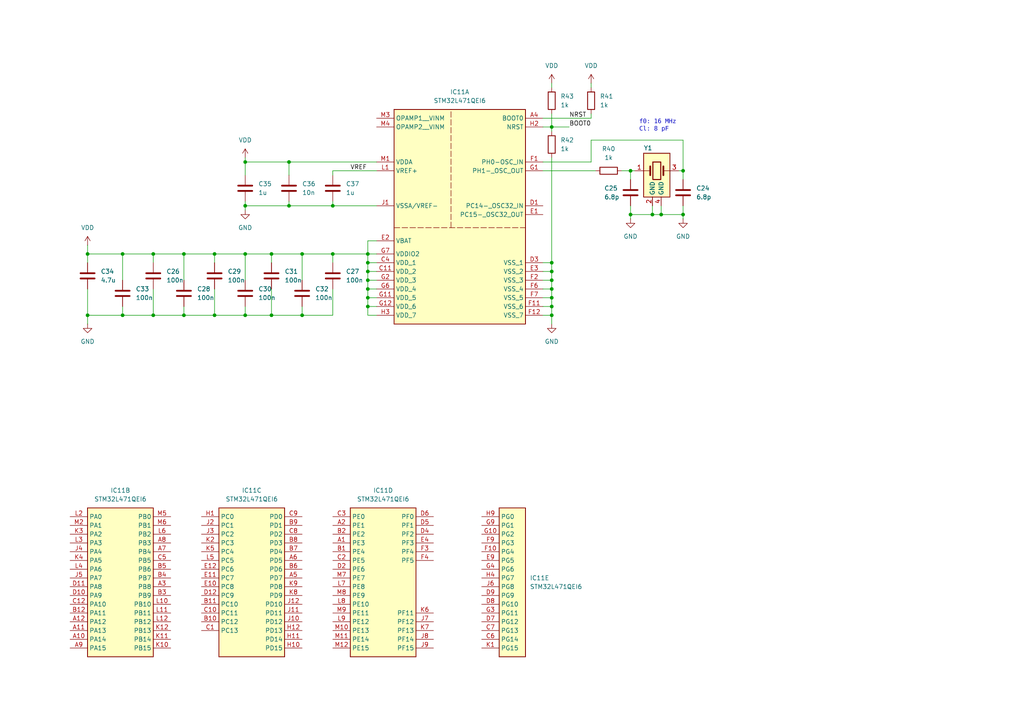
<source format=kicad_sch>
(kicad_sch (version 20250114) (generator "eeschema") (generator_version "9.0")
  (paper "A4")
  (lib_symbols
    (symbol "Device:C" (pin_numbers (hide yes)) (pin_names (offset 0.254))
      (property "Reference" "C" (at 0.635 2.54 0))
      (property "Value" "C" (at 0.635 -2.54 0))
      (symbol "C_0_1"
        (polyline (pts (xy -2.032 0.762) (xy 2.032 0.762)) (stroke (width 0.508)))
        (polyline (pts (xy -2.032 -0.762) (xy 2.032 -0.762)) (stroke (width 0.508)))
      )
      (symbol "C_1_1"
        (pin passive line (at 0 3.81 270) (length 2.794) (name "~") (number "1"))
        (pin passive line (at 0 -3.81 90) (length 2.794) (name "~") (number "2"))
      )
    )
    (symbol "Device:R" (pin_numbers (hide yes)) (pin_names (offset 0))
      (property "Reference" "R" (at 2.032 0 90))
      (property "Value" "R" (at 0 0 90))
      (symbol "R_0_1"
        (rectangle (start -1.016 -2.54) (end 1.016 2.54) (stroke (width 0.254)))
      )
      (symbol "R_1_1"
        (pin passive line (at 0 3.81 270) (length 1.27) (name "~") (number "1"))
        (pin passive line (at 0 -3.81 90) (length 1.27) (name "~") (number "2"))
      )
    )
    (symbol "STM32L471QEI6_1"
      (property "Reference" "IC" (at 0 5.08 0))
      (property "Value" "STM32L471QEI6" (at 0 2.54 0))
      (symbol "STM32L471QEI6_1_1_1"
        (rectangle (start 0 0) (end 38.1 -62.23) (stroke (width 0.254)) (fill (type background)))
        (polyline (pts (xy 0 -34.29) (xy 38.1 -34.29)) (stroke (width 0) (type dash)))
        (polyline (pts (xy 16.51 -34.29) (xy 16.51 0)) (stroke (width 0) (type dash)))
        (pin passive line (at -5.08 -2.54 0) (length 5.08) (name "OPAMP1__VINM") (number "M3"))
        (pin passive line (at -5.08 -5.08 0) (length 5.08) (name "OPAMP2__VINM") (number "M4"))
        (pin passive line (at -5.08 -15.24 0) (length 5.08) (name "VDDA") (number "M1"))
        (pin passive line (at -5.08 -17.78 0) (length 5.08) (name "VREF+") (number "L1"))
        (pin passive line (at -5.08 -27.94 0) (length 5.08) (name "VSSA/VREF-") (number "J1"))
        (pin passive line (at -5.08 -38.1 0) (length 5.08) (name "VBAT") (number "E2"))
        (pin passive line (at -5.08 -41.91 0) (length 5.08) (name "VDDIO2") (number "G7"))
        (pin passive line (at -5.08 -44.45 0) (length 5.08) (name "VDD_1") (number "C4"))
        (pin passive line (at -5.08 -46.99 0) (length 5.08) (name "VDD_2") (number "C11"))
        (pin passive line (at -5.08 -49.53 0) (length 5.08) (name "VDD_3") (number "G2"))
        (pin passive line (at -5.08 -52.07 0) (length 5.08) (name "VDD_4") (number "G6"))
        (pin passive line (at -5.08 -54.61 0) (length 5.08) (name "VDD_5") (number "G11"))
        (pin passive line (at -5.08 -57.15 0) (length 5.08) (name "VDD_6") (number "G12"))
        (pin passive line (at -5.08 -59.69 0) (length 5.08) (name "VDD_7") (number "H3"))
        (pin passive line (at 43.18 -2.54 180) (length 5.08) (name "BOOT0") (number "A4"))
        (pin passive line (at 43.18 -5.08 180) (length 5.08) (name "NRST") (number "H2"))
        (pin passive line (at 43.18 -15.24 180) (length 5.08) (name "PH0-OSC_IN") (number "F1"))
        (pin passive line (at 43.18 -17.78 180) (length 5.08) (name "PH1-_OSC_OUT") (number "G1"))
        (pin passive line (at 43.18 -27.94 180) (length 5.08) (name "PC14-_OSC32_IN") (number "D1"))
        (pin passive line (at 43.18 -30.48 180) (length 5.08) (name "PC15-_OSC32_OUT") (number "E1"))
        (pin passive line (at 43.18 -44.45 180) (length 5.08) (name "VSS_1") (number "D3"))
        (pin passive line (at 43.18 -46.99 180) (length 5.08) (name "VSS_2") (number "E3"))
        (pin passive line (at 43.18 -49.53 180) (length 5.08) (name "VSS_3") (number "F2"))
        (pin passive line (at 43.18 -52.07 180) (length 5.08) (name "VSS_4") (number "F6"))
        (pin passive line (at 43.18 -54.61 180) (length 5.08) (name "VSS_5") (number "F7"))
        (pin passive line (at 43.18 -57.15 180) (length 5.08) (name "VSS_6") (number "F11"))
        (pin passive line (at 43.18 -59.69 180) (length 5.08) (name "VSS_7") (number "F12"))
      )
      (symbol "STM32L471QEI6_1_2_1"
        (rectangle (start 0 0) (end 19.05 -43.18) (stroke (width 0.254)) (fill (type background)))
        (pin passive line (at -5.08 -2.54 0) (length 5.08) (name "PA0") (number "L2"))
        (pin passive line (at -5.08 -5.08 0) (length 5.08) (name "PA1") (number "M2"))
        (pin passive line (at -5.08 -7.62 0) (length 5.08) (name "PA2") (number "K3"))
        (pin passive line (at -5.08 -10.16 0) (length 5.08) (name "PA3") (number "L3"))
        (pin passive line (at -5.08 -12.7 0) (length 5.08) (name "PA4") (number "J4"))
        (pin passive line (at -5.08 -15.24 0) (length 5.08) (name "PA5") (number "K4"))
        (pin passive line (at -5.08 -17.78 0) (length 5.08) (name "PA6") (number "L4"))
        (pin passive line (at -5.08 -20.32 0) (length 5.08) (name "PA7") (number "J5"))
        (pin passive line (at -5.08 -22.86 0) (length 5.08) (name "PA8") (number "D11"))
        (pin passive line (at -5.08 -25.4 0) (length 5.08) (name "PA9") (number "D10"))
        (pin passive line (at -5.08 -27.94 0) (length 5.08) (name "PA10") (number "C12"))
        (pin passive line (at -5.08 -30.48 0) (length 5.08) (name "PA11") (number "B12"))
        (pin passive line (at -5.08 -33.02 0) (length 5.08) (name "PA12") (number "A12"))
        (pin passive line (at -5.08 -35.56 0) (length 5.08) (name "PA13") (number "A11"))
        (pin passive line (at -5.08 -38.1 0) (length 5.08) (name "PA14") (number "A10"))
        (pin passive line (at -5.08 -40.64 0) (length 5.08) (name "PA15") (number "A9"))
        (pin passive line (at 24.13 -2.54 180) (length 5.08) (name "PB0") (number "M5"))
        (pin passive line (at 24.13 -5.08 180) (length 5.08) (name "PB1") (number "M6"))
        (pin passive line (at 24.13 -7.62 180) (length 5.08) (name "PB2") (number "L6"))
        (pin passive line (at 24.13 -10.16 180) (length 5.08) (name "PB3") (number "A8"))
        (pin passive line (at 24.13 -12.7 180) (length 5.08) (name "PB4") (number "A7"))
        (pin passive line (at 24.13 -15.24 180) (length 5.08) (name "PB5") (number "C5"))
        (pin passive line (at 24.13 -17.78 180) (length 5.08) (name "PB6") (number "B5"))
        (pin passive line (at 24.13 -20.32 180) (length 5.08) (name "PB7") (number "B4"))
        (pin passive line (at 24.13 -22.86 180) (length 5.08) (name "PB8") (number "A3"))
        (pin passive line (at 24.13 -25.4 180) (length 5.08) (name "PB9") (number "B3"))
        (pin passive line (at 24.13 -27.94 180) (length 5.08) (name "PB10") (number "L10"))
        (pin passive line (at 24.13 -30.48 180) (length 5.08) (name "PB11") (number "L11"))
        (pin passive line (at 24.13 -33.02 180) (length 5.08) (name "PB12") (number "L12"))
        (pin passive line (at 24.13 -35.56 180) (length 5.08) (name "PB13") (number "K12"))
        (pin passive line (at 24.13 -38.1 180) (length 5.08) (name "PB14") (number "K11"))
        (pin passive line (at 24.13 -40.64 180) (length 5.08) (name "PB15") (number "K10"))
      )
      (symbol "STM32L471QEI6_1_3_1"
        (rectangle (start 0 0) (end 19.05 -43.18) (stroke (width 0.254)) (fill (type background)))
        (pin passive line (at -5.08 -2.54 0) (length 5.08) (name "PC0") (number "H1"))
        (pin passive line (at -5.08 -5.08 0) (length 5.08) (name "PC1") (number "J2"))
        (pin passive line (at -5.08 -7.62 0) (length 5.08) (name "PC2") (number "J3"))
        (pin passive line (at -5.08 -10.16 0) (length 5.08) (name "PC3") (number "K2"))
        (pin passive line (at -5.08 -12.7 0) (length 5.08) (name "PC4") (number "K5"))
        (pin passive line (at -5.08 -15.24 0) (length 5.08) (name "PC5") (number "L5"))
        (pin passive line (at -5.08 -17.78 0) (length 5.08) (name "PC6") (number "E12"))
        (pin passive line (at -5.08 -20.32 0) (length 5.08) (name "PC7") (number "E11"))
        (pin passive line (at -5.08 -22.86 0) (length 5.08) (name "PC8") (number "E10"))
        (pin passive line (at -5.08 -25.4 0) (length 5.08) (name "PC9") (number "D12"))
        (pin passive line (at -5.08 -27.94 0) (length 5.08) (name "PC10") (number "B11"))
        (pin passive line (at -5.08 -30.48 0) (length 5.08) (name "PC11") (number "C10"))
        (pin passive line (at -5.08 -33.02 0) (length 5.08) (name "PC12") (number "B10"))
        (pin passive line (at -5.08 -35.56 0) (length 5.08) (name "PC13") (number "C1"))
        (pin passive line (at 24.13 -2.54 180) (length 5.08) (name "PD0") (number "C9"))
        (pin passive line (at 24.13 -5.08 180) (length 5.08) (name "PD1") (number "B9"))
        (pin passive line (at 24.13 -7.62 180) (length 5.08) (name "PD2") (number "C8"))
        (pin passive line (at 24.13 -10.16 180) (length 5.08) (name "PD3") (number "B8"))
        (pin passive line (at 24.13 -12.7 180) (length 5.08) (name "PD4") (number "B7"))
        (pin passive line (at 24.13 -15.24 180) (length 5.08) (name "PD5") (number "A6"))
        (pin passive line (at 24.13 -17.78 180) (length 5.08) (name "PD6") (number "B6"))
        (pin passive line (at 24.13 -20.32 180) (length 5.08) (name "PD7") (number "A5"))
        (pin passive line (at 24.13 -22.86 180) (length 5.08) (name "PD8") (number "K9"))
        (pin passive line (at 24.13 -25.4 180) (length 5.08) (name "PD9") (number "K8"))
        (pin passive line (at 24.13 -27.94 180) (length 5.08) (name "PD10") (number "J12"))
        (pin passive line (at 24.13 -30.48 180) (length 5.08) (name "PD11") (number "J11"))
        (pin passive line (at 24.13 -33.02 180) (length 5.08) (name "PD12") (number "J10"))
        (pin passive line (at 24.13 -35.56 180) (length 5.08) (name "PD13") (number "H12"))
        (pin passive line (at 24.13 -38.1 180) (length 5.08) (name "PD14") (number "H11"))
        (pin passive line (at 24.13 -40.64 180) (length 5.08) (name "PD15") (number "H10"))
      )
      (symbol "STM32L471QEI6_1_4_1"
        (rectangle (start 0 0) (end 19.05 -43.18) (stroke (width 0.254)) (fill (type background)))
        (pin passive line (at -5.08 -2.54 0) (length 5.08) (name "PE0") (number "C3"))
        (pin passive line (at -5.08 -5.08 0) (length 5.08) (name "PE1") (number "A2"))
        (pin passive line (at -5.08 -7.62 0) (length 5.08) (name "PE2") (number "B2"))
        (pin passive line (at -5.08 -10.16 0) (length 5.08) (name "PE3") (number "A1"))
        (pin passive line (at -5.08 -12.7 0) (length 5.08) (name "PE4") (number "B1"))
        (pin passive line (at -5.08 -15.24 0) (length 5.08) (name "PE5") (number "C2"))
        (pin passive line (at -5.08 -17.78 0) (length 5.08) (name "PE6") (number "D2"))
        (pin passive line (at -5.08 -20.32 0) (length 5.08) (name "PE7") (number "M7"))
        (pin passive line (at -5.08 -22.86 0) (length 5.08) (name "PE8") (number "L7"))
        (pin passive line (at -5.08 -25.4 0) (length 5.08) (name "PE9") (number "M8"))
        (pin passive line (at -5.08 -27.94 0) (length 5.08) (name "PE10") (number "L8"))
        (pin passive line (at -5.08 -30.48 0) (length 5.08) (name "PE11") (number "M9"))
        (pin passive line (at -5.08 -33.02 0) (length 5.08) (name "PE12") (number "L9"))
        (pin passive line (at -5.08 -35.56 0) (length 5.08) (name "PE13") (number "M10"))
        (pin passive line (at -5.08 -38.1 0) (length 5.08) (name "PE14") (number "M11"))
        (pin passive line (at -5.08 -40.64 0) (length 5.08) (name "PE15") (number "M12"))
        (pin passive line (at 24.13 -2.54 180) (length 5.08) (name "PF0") (number "D6"))
        (pin passive line (at 24.13 -5.08 180) (length 5.08) (name "PF1") (number "D5"))
        (pin passive line (at 24.13 -7.62 180) (length 5.08) (name "PF2") (number "D4"))
        (pin passive line (at 24.13 -10.16 180) (length 5.08) (name "PF3") (number "E4"))
        (pin passive line (at 24.13 -12.7 180) (length 5.08) (name "PF4") (number "F3"))
        (pin passive line (at 24.13 -15.24 180) (length 5.08) (name "PF5") (number "F4"))
        (pin passive line (at 24.13 -30.48 180) (length 5.08) (name "PF11") (number "K6"))
        (pin passive line (at 24.13 -33.02 180) (length 5.08) (name "PF12") (number "J7"))
        (pin passive line (at 24.13 -35.56 180) (length 5.08) (name "PF13") (number "K7"))
        (pin passive line (at 24.13 -38.1 180) (length 5.08) (name "PF14") (number "J8"))
        (pin passive line (at 24.13 -40.64 180) (length 5.08) (name "PF15") (number "J9"))
      )
      (symbol "STM32L471QEI6_1_5_1"
        (rectangle (start 0 0) (end 7.62 -43.18) (stroke (width 0.254)) (fill (type background)))
        (pin passive line (at -5.08 -2.54 0) (length 5.08) (name "PG0") (number "H9"))
        (pin passive line (at -5.08 -5.08 0) (length 5.08) (name "PG1") (number "G9"))
        (pin passive line (at -5.08 -7.62 0) (length 5.08) (name "PG2") (number "G10"))
        (pin passive line (at -5.08 -10.16 0) (length 5.08) (name "PG3") (number "F9"))
        (pin passive line (at -5.08 -12.7 0) (length 5.08) (name "PG4") (number "F10"))
        (pin passive line (at -5.08 -15.24 0) (length 5.08) (name "PG5") (number "E9"))
        (pin passive line (at -5.08 -17.78 0) (length 5.08) (name "PG6") (number "G4"))
        (pin passive line (at -5.08 -20.32 0) (length 5.08) (name "PG7") (number "H4"))
        (pin passive line (at -5.08 -22.86 0) (length 5.08) (name "PG8") (number "J6"))
        (pin passive line (at -5.08 -25.4 0) (length 5.08) (name "PG9") (number "D9"))
        (pin passive line (at -5.08 -27.94 0) (length 5.08) (name "PG10") (number "D8"))
        (pin passive line (at -5.08 -30.48 0) (length 5.08) (name "PG11") (number "G3"))
        (pin passive line (at -5.08 -33.02 0) (length 5.08) (name "PG12") (number "D7"))
        (pin passive line (at -5.08 -35.56 0) (length 5.08) (name "PG13") (number "C7"))
        (pin passive line (at -5.08 -38.1 0) (length 5.08) (name "PG14") (number "C6"))
        (pin passive line (at -5.08 -40.64 0) (length 5.08) (name "PG15") (number "K1"))
      )
    )
    (symbol "TrashFlash:ECS-160-8-33B2-CTN-TR3"
      (property "Reference" "Y" (at 0 5.08 0))
      (property "Value" "ECS-160-8-33B2-CTN-TR3" (at 0 2.54 0))
      (symbol "ECS-160-8-33B2-CTN-TR3_0_1"
        (polyline (pts (xy 1.905 -6.35) (xy 1.905 -3.81)) (stroke (width 0.508)))
        (rectangle (start 2.667 -2.54) (end 4.953 -7.62) (stroke (width 0.3048)))
        (polyline (pts (xy 5.715 -6.35) (xy 5.715 -3.81)) (stroke (width 0.508)))
        (polyline (pts (xy 7.62 -5.08) (xy 5.715 -5.08)))
      )
      (symbol "ECS-160-8-33B2-CTN-TR3_1_1"
        (rectangle (start 0 0) (end 7.62 -12.7) (stroke (width 0.254)) (fill (type background)))
        (polyline (pts (xy 0 -5.08) (xy 1.905 -5.08)))
        (pin passive line (at -2.54 -5.08 0) (length 2.54) (name "IN/OUT") (number "1"))
        (pin passive line (at 2.54 -15.24 90) (length 2.54) (name "GND") (number "2"))
        (pin passive line (at 5.08 -15.24 90) (length 2.54) (name "GND") (number "4"))
        (pin passive line (at 10.16 -5.08 180) (length 2.54) (name "OUT/IN") (number "3"))
      )
    )
    (symbol "TrashFlash:STM32L471QEI6"
      (property "Reference" "IC" (at 0 5.08 0))
      (property "Value" "STM32L471QEI6" (at 0 2.54 0))
      (symbol "STM32L471QEI6_1_1"
        (rectangle (start 0 0) (end 38.1 -68.58) (stroke (width 0.254)) (fill (type background)))
        (polyline (pts (xy 0 -33.02) (xy 38.1 -33.02)) (stroke (width 0) (type dash)))
        (pin passive line (at -5.08 -15.24 0) (length 5.08) (name "OPAMP1__VINM") (number "M3"))
        (pin passive line (at -5.08 -17.78 0) (length 5.08) (name "OPAMP2__VINM") (number "M4"))
        (pin passive line (at -5.08 -35.56 0) (length 5.08) (name "VBAT") (number "E2"))
        (pin passive line (at -5.08 -38.1 0) (length 5.08) (name "VREF+") (number "L1"))
        (pin passive line (at -5.08 -40.64 0) (length 5.08) (name "VDDA") (number "M1"))
        (pin passive line (at -5.08 -45.72 0) (length 5.08) (name "VDDIO2") (number "G7"))
        (pin passive line (at -5.08 -50.8 0) (length 5.08) (name "VDD_1") (number "C4"))
        (pin passive line (at -5.08 -53.34 0) (length 5.08) (name "VDD_2") (number "C11"))
        (pin passive line (at -5.08 -55.88 0) (length 5.08) (name "VDD_3") (number "G2"))
        (pin passive line (at -5.08 -58.42 0) (length 5.08) (name "VDD_4") (number "G6"))
        (pin passive line (at -5.08 -60.96 0) (length 5.08) (name "VDD_5") (number "G11"))
        (pin passive line (at -5.08 -63.5 0) (length 5.08) (name "VDD_6") (number "G12"))
        (pin passive line (at -5.08 -66.04 0) (length 5.08) (name "VDD_7") (number "H3"))
        (pin passive line (at 43.18 -2.54 180) (length 5.08) (name "NRST") (number "H2"))
        (pin passive line (at 43.18 -5.08 180) (length 5.08) (name "BOOT0") (number "A4"))
        (pin passive line (at 43.18 -15.24 180) (length 5.08) (name "PH0-OSC_IN") (number "F1"))
        (pin passive line (at 43.18 -17.78 180) (length 5.08) (name "PH1-_OSC_OUT") (number "G1"))
        (pin passive line (at 43.18 -27.94 180) (length 5.08) (name "PC14-_OSC32_IN") (number "D1"))
        (pin passive line (at 43.18 -30.48 180) (length 5.08) (name "PC15-_OSC32_OUT") (number "E1"))
        (pin passive line (at 43.18 -38.1 180) (length 5.08) (name "VSSA/VREF-") (number "J1"))
        (pin passive line (at 43.18 -50.8 180) (length 5.08) (name "VSS_1") (number "D3"))
        (pin passive line (at 43.18 -53.34 180) (length 5.08) (name "VSS_2") (number "E3"))
        (pin passive line (at 43.18 -55.88 180) (length 5.08) (name "VSS_3") (number "F2"))
        (pin passive line (at 43.18 -58.42 180) (length 5.08) (name "VSS_4") (number "F6"))
        (pin passive line (at 43.18 -60.96 180) (length 5.08) (name "VSS_5") (number "F7"))
        (pin passive line (at 43.18 -63.5 180) (length 5.08) (name "VSS_6") (number "F11"))
        (pin passive line (at 43.18 -66.04 180) (length 5.08) (name "VSS_7") (number "F12"))
      )
      (symbol "STM32L471QEI6_2_1"
        (rectangle (start 0 0) (end 19.05 -43.18) (stroke (width 0.254)) (fill (type background)))
        (pin passive line (at -5.08 -2.54 0) (length 5.08) (name "PA0") (number "L2"))
        (pin passive line (at -5.08 -5.08 0) (length 5.08) (name "PA1") (number "M2"))
        (pin passive line (at -5.08 -7.62 0) (length 5.08) (name "PA2") (number "K3"))
        (pin passive line (at -5.08 -10.16 0) (length 5.08) (name "PA3") (number "L3"))
        (pin passive line (at -5.08 -12.7 0) (length 5.08) (name "PA4") (number "J4"))
        (pin passive line (at -5.08 -15.24 0) (length 5.08) (name "PA5") (number "K4"))
        (pin passive line (at -5.08 -17.78 0) (length 5.08) (name "PA6") (number "L4"))
        (pin passive line (at -5.08 -20.32 0) (length 5.08) (name "PA7") (number "J5"))
        (pin passive line (at -5.08 -22.86 0) (length 5.08) (name "PA8") (number "D11"))
        (pin passive line (at -5.08 -25.4 0) (length 5.08) (name "PA9") (number "D10"))
        (pin passive line (at -5.08 -27.94 0) (length 5.08) (name "PA10") (number "C12"))
        (pin passive line (at -5.08 -30.48 0) (length 5.08) (name "PA11") (number "B12"))
        (pin passive line (at -5.08 -33.02 0) (length 5.08) (name "PA12") (number "A12"))
        (pin passive line (at -5.08 -35.56 0) (length 5.08) (name "PA13") (number "A11"))
        (pin passive line (at -5.08 -38.1 0) (length 5.08) (name "PA14") (number "A10"))
        (pin passive line (at -5.08 -40.64 0) (length 5.08) (name "PA15") (number "A9"))
        (pin passive line (at 24.13 -2.54 180) (length 5.08) (name "PB0") (number "M5"))
        (pin passive line (at 24.13 -5.08 180) (length 5.08) (name "PB1") (number "M6"))
        (pin passive line (at 24.13 -7.62 180) (length 5.08) (name "PB2") (number "L6"))
        (pin passive line (at 24.13 -10.16 180) (length 5.08) (name "PB3") (number "A8"))
        (pin passive line (at 24.13 -12.7 180) (length 5.08) (name "PB4") (number "A7"))
        (pin passive line (at 24.13 -15.24 180) (length 5.08) (name "PB5") (number "C5"))
        (pin passive line (at 24.13 -17.78 180) (length 5.08) (name "PB6") (number "B5"))
        (pin passive line (at 24.13 -20.32 180) (length 5.08) (name "PB7") (number "B4"))
        (pin passive line (at 24.13 -22.86 180) (length 5.08) (name "PB8") (number "A3"))
        (pin passive line (at 24.13 -25.4 180) (length 5.08) (name "PB9") (number "B3"))
        (pin passive line (at 24.13 -27.94 180) (length 5.08) (name "PB10") (number "L10"))
        (pin passive line (at 24.13 -30.48 180) (length 5.08) (name "PB11") (number "L11"))
        (pin passive line (at 24.13 -33.02 180) (length 5.08) (name "PB12") (number "L12"))
        (pin passive line (at 24.13 -35.56 180) (length 5.08) (name "PB13") (number "K12"))
        (pin passive line (at 24.13 -38.1 180) (length 5.08) (name "PB14") (number "K11"))
        (pin passive line (at 24.13 -40.64 180) (length 5.08) (name "PB15") (number "K10"))
      )
      (symbol "STM32L471QEI6_3_1"
        (rectangle (start 0 0) (end 19.05 -43.18) (stroke (width 0.254)) (fill (type background)))
        (pin passive line (at -5.08 -2.54 0) (length 5.08) (name "PC0") (number "H1"))
        (pin passive line (at -5.08 -5.08 0) (length 5.08) (name "PC1") (number "J2"))
        (pin passive line (at -5.08 -7.62 0) (length 5.08) (name "PC2") (number "J3"))
        (pin passive line (at -5.08 -10.16 0) (length 5.08) (name "PC3") (number "K2"))
        (pin passive line (at -5.08 -12.7 0) (length 5.08) (name "PC4") (number "K5"))
        (pin passive line (at -5.08 -15.24 0) (length 5.08) (name "PC5") (number "L5"))
        (pin passive line (at -5.08 -17.78 0) (length 5.08) (name "PC6") (number "E12"))
        (pin passive line (at -5.08 -20.32 0) (length 5.08) (name "PC7") (number "E11"))
        (pin passive line (at -5.08 -22.86 0) (length 5.08) (name "PC8") (number "E10"))
        (pin passive line (at -5.08 -25.4 0) (length 5.08) (name "PC9") (number "D12"))
        (pin passive line (at -5.08 -27.94 0) (length 5.08) (name "PC10") (number "B11"))
        (pin passive line (at -5.08 -30.48 0) (length 5.08) (name "PC11") (number "C10"))
        (pin passive line (at -5.08 -33.02 0) (length 5.08) (name "PC12") (number "B10"))
        (pin passive line (at -5.08 -35.56 0) (length 5.08) (name "PC13") (number "C1"))
        (pin passive line (at 24.13 -2.54 180) (length 5.08) (name "PD0") (number "C9"))
        (pin passive line (at 24.13 -5.08 180) (length 5.08) (name "PD1") (number "B9"))
        (pin passive line (at 24.13 -7.62 180) (length 5.08) (name "PD2") (number "C8"))
        (pin passive line (at 24.13 -10.16 180) (length 5.08) (name "PD3") (number "B8"))
        (pin passive line (at 24.13 -12.7 180) (length 5.08) (name "PD4") (number "B7"))
        (pin passive line (at 24.13 -15.24 180) (length 5.08) (name "PD5") (number "A6"))
        (pin passive line (at 24.13 -17.78 180) (length 5.08) (name "PD6") (number "B6"))
        (pin passive line (at 24.13 -20.32 180) (length 5.08) (name "PD7") (number "A5"))
        (pin passive line (at 24.13 -22.86 180) (length 5.08) (name "PD8") (number "K9"))
        (pin passive line (at 24.13 -25.4 180) (length 5.08) (name "PD9") (number "K8"))
        (pin passive line (at 24.13 -27.94 180) (length 5.08) (name "PD10") (number "J12"))
        (pin passive line (at 24.13 -30.48 180) (length 5.08) (name "PD11") (number "J11"))
        (pin passive line (at 24.13 -33.02 180) (length 5.08) (name "PD12") (number "J10"))
        (pin passive line (at 24.13 -35.56 180) (length 5.08) (name "PD13") (number "H12"))
        (pin passive line (at 24.13 -38.1 180) (length 5.08) (name "PD14") (number "H11"))
        (pin passive line (at 24.13 -40.64 180) (length 5.08) (name "PD15") (number "H10"))
      )
      (symbol "STM32L471QEI6_4_1"
        (rectangle (start 0 0) (end 19.05 -43.18) (stroke (width 0.254)) (fill (type background)))
        (pin passive line (at -5.08 -2.54 0) (length 5.08) (name "PE0") (number "C3"))
        (pin passive line (at -5.08 -5.08 0) (length 5.08) (name "PE1") (number "A2"))
        (pin passive line (at -5.08 -7.62 0) (length 5.08) (name "PE2") (number "B2"))
        (pin passive line (at -5.08 -10.16 0) (length 5.08) (name "PE3") (number "A1"))
        (pin passive line (at -5.08 -12.7 0) (length 5.08) (name "PE4") (number "B1"))
        (pin passive line (at -5.08 -15.24 0) (length 5.08) (name "PE5") (number "C2"))
        (pin passive line (at -5.08 -17.78 0) (length 5.08) (name "PE6") (number "D2"))
        (pin passive line (at -5.08 -20.32 0) (length 5.08) (name "PE7") (number "M7"))
        (pin passive line (at -5.08 -22.86 0) (length 5.08) (name "PE8") (number "L7"))
        (pin passive line (at -5.08 -25.4 0) (length 5.08) (name "PE9") (number "M8"))
        (pin passive line (at -5.08 -27.94 0) (length 5.08) (name "PE10") (number "L8"))
        (pin passive line (at -5.08 -30.48 0) (length 5.08) (name "PE11") (number "M9"))
        (pin passive line (at -5.08 -33.02 0) (length 5.08) (name "PE12") (number "L9"))
        (pin passive line (at -5.08 -35.56 0) (length 5.08) (name "PE13") (number "M10"))
        (pin passive line (at -5.08 -38.1 0) (length 5.08) (name "PE14") (number "M11"))
        (pin passive line (at -5.08 -40.64 0) (length 5.08) (name "PE15") (number "M12"))
        (pin passive line (at 24.13 -2.54 180) (length 5.08) (name "PF0") (number "D6"))
        (pin passive line (at 24.13 -5.08 180) (length 5.08) (name "PF1") (number "D5"))
        (pin passive line (at 24.13 -7.62 180) (length 5.08) (name "PF2") (number "D4"))
        (pin passive line (at 24.13 -10.16 180) (length 5.08) (name "PF3") (number "E4"))
        (pin passive line (at 24.13 -12.7 180) (length 5.08) (name "PF4") (number "F3"))
        (pin passive line (at 24.13 -15.24 180) (length 5.08) (name "PF5") (number "F4"))
        (pin passive line (at 24.13 -30.48 180) (length 5.08) (name "PF11") (number "K6"))
        (pin passive line (at 24.13 -33.02 180) (length 5.08) (name "PF12") (number "J7"))
        (pin passive line (at 24.13 -35.56 180) (length 5.08) (name "PF13") (number "K7"))
        (pin passive line (at 24.13 -38.1 180) (length 5.08) (name "PF14") (number "J8"))
        (pin passive line (at 24.13 -40.64 180) (length 5.08) (name "PF15") (number "J9"))
      )
      (symbol "STM32L471QEI6_5_1"
        (rectangle (start 0 0) (end 7.62 -43.18) (stroke (width 0.254)) (fill (type background)))
        (pin passive line (at -5.08 -2.54 0) (length 5.08) (name "PG0") (number "H9"))
        (pin passive line (at -5.08 -5.08 0) (length 5.08) (name "PG1") (number "G9"))
        (pin passive line (at -5.08 -7.62 0) (length 5.08) (name "PG2") (number "G10"))
        (pin passive line (at -5.08 -10.16 0) (length 5.08) (name "PG3") (number "F9"))
        (pin passive line (at -5.08 -12.7 0) (length 5.08) (name "PG4") (number "F10"))
        (pin passive line (at -5.08 -15.24 0) (length 5.08) (name "PG5") (number "E9"))
        (pin passive line (at -5.08 -17.78 0) (length 5.08) (name "PG6") (number "G4"))
        (pin passive line (at -5.08 -20.32 0) (length 5.08) (name "PG7") (number "H4"))
        (pin passive line (at -5.08 -22.86 0) (length 5.08) (name "PG8") (number "J6"))
        (pin passive line (at -5.08 -25.4 0) (length 5.08) (name "PG9") (number "D9"))
        (pin passive line (at -5.08 -27.94 0) (length 5.08) (name "PG10") (number "D8"))
        (pin passive line (at -5.08 -30.48 0) (length 5.08) (name "PG11") (number "G3"))
        (pin passive line (at -5.08 -33.02 0) (length 5.08) (name "PG12") (number "D7"))
        (pin passive line (at -5.08 -35.56 0) (length 5.08) (name "PG13") (number "C7"))
        (pin passive line (at -5.08 -38.1 0) (length 5.08) (name "PG14") (number "C6"))
        (pin passive line (at -5.08 -40.64 0) (length 5.08) (name "PG15") (number "K1"))
      )
    )
    (symbol "power:GND" (power) (pin_numbers (hide yes)) (pin_names (offset 0) (hide yes))
      (property "Value" "GND" (at 0 -3.81 0))
      (symbol "GND_0_1"
        (polyline (pts (xy 0 0) (xy 0 -1.27) (xy 1.27 -1.27) (xy 0 -2.54) (xy -1.27 -1.27) (xy 0 -1.27)))
      )
      (symbol "GND_1_1"
        (pin power_in line (at 0 0 270) (length 0) (name "~") (number "1"))
      )
    )
    (symbol "power:VDD" (power) (pin_numbers (hide yes)) (pin_names (offset 0) (hide yes))
      (property "Value" "VDD" (at 0 3.556 0))
      (symbol "VDD_0_1"
        (polyline (pts (xy -0.762 1.27) (xy 0 2.54)))
        (polyline (pts (xy 0 2.54) (xy 0.762 1.27)))
        (polyline (pts (xy 0 0) (xy 0 2.54)))
      )
      (symbol "VDD_1_1"
        (pin power_in line (at 0 0 90) (length 0) (name "~") (number "1"))
      )
    )
  )
  (text "f0: 16 MHz\nCl: 8 pF" (at 185.42 36.83 0) (effects (font (size 1.27 1.27)) (justify left)))
  (junction (at 106.68 73.66))
  (junction (at 160.02 81.28))
  (junction (at 83.82 59.69))
  (junction (at 106.68 86.36))
  (junction (at 160.02 83.82))
  (junction (at 191.77 62.23))
  (junction (at 71.12 73.66))
  (junction (at 25.4 73.66))
  (junction (at 71.12 59.69))
  (junction (at 96.52 59.69))
  (junction (at 160.02 76.2))
  (junction (at 62.23 73.66))
  (junction (at 71.12 46.99))
  (junction (at 160.02 86.36))
  (junction (at 160.02 36.83))
  (junction (at 198.12 49.53))
  (junction (at 106.68 88.9))
  (junction (at 106.68 78.74))
  (junction (at 160.02 78.74))
  (junction (at 53.34 91.44))
  (junction (at 87.63 73.66))
  (junction (at 189.23 62.23))
  (junction (at 182.88 62.23))
  (junction (at 106.68 81.28))
  (junction (at 35.56 91.44))
  (junction (at 106.68 83.82))
  (junction (at 71.12 91.44))
  (junction (at 44.45 73.66))
  (junction (at 78.74 91.44))
  (junction (at 106.68 76.2))
  (junction (at 25.4 91.44))
  (junction (at 198.12 62.23))
  (junction (at 96.52 73.66))
  (junction (at 160.02 88.9))
  (junction (at 35.56 73.66))
  (junction (at 53.34 73.66))
  (junction (at 78.74 73.66))
  (junction (at 83.82 46.99))
  (junction (at 160.02 91.44))
  (junction (at 87.63 91.44))
  (junction (at 182.88 49.53))
  (junction (at 44.45 91.44))
  (junction (at 62.23 91.44))
  (wire (pts (xy 157.48 46.99) (xy 171.45 46.99)))
  (wire (pts (xy 160.02 76.2) (xy 160.02 78.74)))
  (wire (pts (xy 71.12 81.28) (xy 71.12 73.66)))
  (wire (pts (xy 157.48 49.53) (xy 172.72 49.53)))
  (wire (pts (xy 171.45 33.02) (xy 171.45 34.29)))
  (wire (pts (xy 106.68 88.9) (xy 106.68 86.36)))
  (wire (pts (xy 198.12 49.53) (xy 196.85 49.53)))
  (wire (pts (xy 182.88 49.53) (xy 182.88 52.07)))
  (wire (pts (xy 106.68 73.66) (xy 109.22 73.66)))
  (wire (pts (xy 25.4 76.2) (xy 25.4 73.66)))
  (wire (pts (xy 180.34 49.53) (xy 182.88 49.53)))
  (wire (pts (xy 96.52 76.2) (xy 96.52 73.66)))
  (wire (pts (xy 53.34 73.66) (xy 62.23 73.66)))
  (wire (pts (xy 198.12 40.64) (xy 198.12 49.53)))
  (wire (pts (xy 35.56 88.9) (xy 35.56 91.44)))
  (wire (pts (xy 71.12 58.42) (xy 71.12 59.69)))
  (wire (pts (xy 160.02 36.83) (xy 160.02 38.1)))
  (wire (pts (xy 171.45 24.13) (xy 171.45 25.4)))
  (wire (pts (xy 160.02 45.72) (xy 160.02 76.2)))
  (wire (pts (xy 160.02 86.36) (xy 160.02 88.9)))
  (wire (pts (xy 171.45 40.64) (xy 198.12 40.64)))
  (wire (pts (xy 171.45 46.99) (xy 171.45 40.64)))
  (wire (pts (xy 106.68 81.28) (xy 106.68 78.74)))
  (wire (pts (xy 198.12 63.5) (xy 198.12 62.23)))
  (wire (pts (xy 96.52 49.53) (xy 109.22 49.53)))
  (wire (pts (xy 106.68 78.74) (xy 106.68 76.2)))
  (wire (pts (xy 157.48 83.82) (xy 160.02 83.82)))
  (wire (pts (xy 87.63 88.9) (xy 87.63 91.44)))
  (wire (pts (xy 78.74 83.82) (xy 78.74 91.44)))
  (wire (pts (xy 62.23 73.66) (xy 71.12 73.66)))
  (wire (pts (xy 71.12 91.44) (xy 78.74 91.44)))
  (wire (pts (xy 96.52 59.69) (xy 109.22 59.69)))
  (wire (pts (xy 96.52 73.66) (xy 106.68 73.66)))
  (wire (pts (xy 62.23 91.44) (xy 71.12 91.44)))
  (wire (pts (xy 87.63 73.66) (xy 96.52 73.66)))
  (wire (pts (xy 87.63 81.28) (xy 87.63 73.66)))
  (wire (pts (xy 25.4 83.82) (xy 25.4 91.44)))
  (wire (pts (xy 71.12 46.99) (xy 83.82 46.99)))
  (wire (pts (xy 160.02 81.28) (xy 160.02 83.82)))
  (wire (pts (xy 53.34 73.66) (xy 53.34 81.28)))
  (wire (pts (xy 160.02 83.82) (xy 160.02 86.36)))
  (wire (pts (xy 191.77 62.23) (xy 189.23 62.23)))
  (wire (pts (xy 198.12 59.69) (xy 198.12 62.23)))
  (wire (pts (xy 157.48 88.9) (xy 160.02 88.9)))
  (wire (pts (xy 182.88 59.69) (xy 182.88 62.23)))
  (wire (pts (xy 182.88 62.23) (xy 182.88 63.5)))
  (wire (pts (xy 71.12 50.8) (xy 71.12 46.99)))
  (wire (pts (xy 160.02 88.9) (xy 160.02 91.44)))
  (wire (pts (xy 44.45 73.66) (xy 53.34 73.66)))
  (wire (pts (xy 71.12 45.72) (xy 71.12 46.99)))
  (wire (pts (xy 157.48 34.29) (xy 171.45 34.29)))
  (wire (pts (xy 157.48 78.74) (xy 160.02 78.74)))
  (wire (pts (xy 106.68 69.85) (xy 106.68 73.66)))
  (wire (pts (xy 96.52 50.8) (xy 96.52 49.53)))
  (wire (pts (xy 25.4 71.12) (xy 25.4 73.66)))
  (wire (pts (xy 106.68 86.36) (xy 109.22 86.36)))
  (wire (pts (xy 198.12 52.07) (xy 198.12 49.53)))
  (wire (pts (xy 96.52 83.82) (xy 96.52 91.44)))
  (wire (pts (xy 184.15 49.53) (xy 182.88 49.53)))
  (wire (pts (xy 106.68 86.36) (xy 106.68 83.82)))
  (wire (pts (xy 106.68 88.9) (xy 106.68 91.44)))
  (wire (pts (xy 106.68 78.74) (xy 109.22 78.74)))
  (wire (pts (xy 189.23 62.23) (xy 182.88 62.23)))
  (wire (pts (xy 35.56 91.44) (xy 44.45 91.44)))
  (wire (pts (xy 198.12 62.23) (xy 191.77 62.23)))
  (wire (pts (xy 83.82 59.69) (xy 96.52 59.69)))
  (wire (pts (xy 157.48 76.2) (xy 160.02 76.2)))
  (wire (pts (xy 71.12 60.96) (xy 71.12 59.69)))
  (wire (pts (xy 83.82 58.42) (xy 83.82 59.69)))
  (wire (pts (xy 160.02 78.74) (xy 160.02 81.28)))
  (wire (pts (xy 44.45 91.44) (xy 53.34 91.44)))
  (wire (pts (xy 106.68 83.82) (xy 106.68 81.28)))
  (wire (pts (xy 25.4 73.66) (xy 35.56 73.66)))
  (wire (pts (xy 83.82 46.99) (xy 109.22 46.99)))
  (wire (pts (xy 160.02 91.44) (xy 157.48 91.44)))
  (wire (pts (xy 53.34 91.44) (xy 62.23 91.44)))
  (wire (pts (xy 160.02 36.83) (xy 165.1 36.83)))
  (wire (pts (xy 83.82 50.8) (xy 83.82 46.99)))
  (wire (pts (xy 157.48 86.36) (xy 160.02 86.36)))
  (wire (pts (xy 189.23 59.69) (xy 189.23 62.23)))
  (wire (pts (xy 62.23 91.44) (xy 62.23 83.82)))
  (wire (pts (xy 71.12 88.9) (xy 71.12 91.44)))
  (wire (pts (xy 106.68 76.2) (xy 109.22 76.2)))
  (wire (pts (xy 160.02 33.02) (xy 160.02 36.83)))
  (wire (pts (xy 191.77 59.69) (xy 191.77 62.23)))
  (wire (pts (xy 53.34 88.9) (xy 53.34 91.44)))
  (wire (pts (xy 71.12 73.66) (xy 78.74 73.66)))
  (wire (pts (xy 160.02 24.13) (xy 160.02 25.4)))
  (wire (pts (xy 78.74 73.66) (xy 87.63 73.66)))
  (wire (pts (xy 71.12 59.69) (xy 83.82 59.69)))
  (wire (pts (xy 35.56 73.66) (xy 44.45 73.66)))
  (wire (pts (xy 87.63 91.44) (xy 96.52 91.44)))
  (wire (pts (xy 78.74 91.44) (xy 87.63 91.44)))
  (wire (pts (xy 160.02 91.44) (xy 160.02 93.98)))
  (wire (pts (xy 106.68 88.9) (xy 109.22 88.9)))
  (wire (pts (xy 96.52 58.42) (xy 96.52 59.69)))
  (wire (pts (xy 44.45 83.82) (xy 44.45 91.44)))
  (wire (pts (xy 106.68 81.28) (xy 109.22 81.28)))
  (wire (pts (xy 106.68 73.66) (xy 106.68 76.2)))
  (wire (pts (xy 78.74 76.2) (xy 78.74 73.66)))
  (wire (pts (xy 44.45 76.2) (xy 44.45 73.66)))
  (wire (pts (xy 35.56 81.28) (xy 35.56 73.66)))
  (wire (pts (xy 109.22 69.85) (xy 106.68 69.85)))
  (wire (pts (xy 106.68 83.82) (xy 109.22 83.82)))
  (wire (pts (xy 109.22 91.44) (xy 106.68 91.44)))
  (wire (pts (xy 25.4 91.44) (xy 25.4 93.98)))
  (wire (pts (xy 25.4 91.44) (xy 35.56 91.44)))
  (wire (pts (xy 62.23 76.2) (xy 62.23 73.66)))
  (wire (pts (xy 157.48 36.83) (xy 160.02 36.83)))
  (wire (pts (xy 157.48 81.28) (xy 160.02 81.28)))
  (label "VREF" (at 101.6 49.53 0))
  (label "NRST" (at 165.1 34.29 0))
  (label "BOOT0" (at 165.1 36.83 0))
  (symbol (lib_id "Device:C") (at 25.4 80.01 0) (unit 1)
    (property "Reference" "C34" (at 29.21 78.7399 0) (effects (justify left)))
    (property "Value" "4.7u" (at 29.21 81.2799 0) (effects (justify left)))
    (property "Description" "Unpolarized capacitor" (effects (hide yes)))
  )
  (symbol (lib_id "Device:C") (at 87.63 85.09 0) (unit 1)
    (property "Reference" "C32" (at 91.44 83.8199 0) (effects (justify left)))
    (property "Value" "100n" (at 91.44 86.3599 0) (effects (justify left)))
    (property "Description" "Unpolarized capacitor" (effects (hide yes)))
  )
  (symbol (lib_id "Device:C") (at 71.12 54.61 0) (unit 1)
    (property "Reference" "C35" (at 74.93 53.3399 0) (effects (justify left)))
    (property "Value" "1u" (at 74.93 55.8799 0) (effects (justify left)))
    (property "Description" "Unpolarized capacitor" (effects (hide yes)))
  )
  (symbol (lib_id "Device:R") (at 176.53 49.53 90) (unit 1)
    (property "Reference" "R40" (at 176.53 43.18 90))
    (property "Value" "1k" (at 176.53 45.72 90))
    (property "Description" "Resistor" (effects (hide yes)))
  )
  (symbol (lib_id "power:GND") (at 198.12 63.5 0) (unit 1)
    (property "Reference" "#PWR062" (effects (hide yes)))
    (property "Value" "GND" (at 198.12 68.58 0))
    (property "Description" "Power symbol creates a global label with name \"GND\" , ground" (effects (hide yes)))
  )
  (symbol (lib_id "Device:C") (at 78.74 80.01 0) (unit 1)
    (property "Reference" "C31" (at 82.55 78.7399 0) (effects (justify left)))
    (property "Value" "100n" (at 82.55 81.2799 0) (effects (justify left)))
    (property "Description" "Unpolarized capacitor" (effects (hide yes)))
  )
  (symbol (lib_id "TrashFlash:STM32L471QEI6") (at 25.4 147.32 0) (unit 2)
    (property "Reference" "IC11" (at 34.925 142.24 0))
    (property "Value" "STM32L471QEI6" (at 34.925 144.78 0))
    (property "Footprint" "BGA132C50P12X12_700X700X60" (effects (hide yes)))
    (property "Datasheet" "https://www.st.com/resource/en/datasheet/stm32l471qe.pdf" (effects (hide yes)))
    (property "Description" "Ultra-low-power with FPU Arm Cortex-M4 MCU 80 MHz with 512 Kbytes of Flash memory, DFSDM" (effects (hide yes)))
    (property "Height" "0.6" (effects (hide yes)))
    (property "Mouser Part Number" "511-STM32L471QEI6" (effects (hide yes)))
    (property "Mouser Price/Stock" "https://www.mouser.co.uk/ProductDetail/STMicroelectronics/STM32L471QEI6?qs=dTJS0cRn7ojMtXIsdKOnyQ%3D%3D" (effects (hide yes)))
    (property "Manufacturer_Name" "STMicroelectronics" (effects (hide yes)))
    (property "Manufacturer_Part_Number" "STM32L471QEI6" (effects (hide yes)))
  )
  (symbol (lib_id "power:VDD") (at 171.45 24.13 0) (unit 1)
    (property "Reference" "#PWR064" (effects (hide yes)))
    (property "Value" "VDD" (at 171.45 19.05 0))
    (property "Description" "Power symbol creates a global label with name \"VDD\"" (effects (hide yes)))
  )
  (symbol (lib_id "power:VDD") (at 160.02 24.13 0) (unit 1)
    (property "Reference" "#PWR066" (effects (hide yes)))
    (property "Value" "VDD" (at 160.02 19.05 0))
    (property "Description" "Power symbol creates a global label with name \"VDD\"" (effects (hide yes)))
  )
  (symbol (lib_id "Device:C") (at 35.56 85.09 0) (unit 1)
    (property "Reference" "C33" (at 39.37 83.8199 0) (effects (justify left)))
    (property "Value" "100n" (at 39.37 86.3599 0) (effects (justify left)))
    (property "Description" "Unpolarized capacitor" (effects (hide yes)))
  )
  (symbol (lib_id "power:VDD") (at 25.4 71.12 0) (unit 1)
    (property "Reference" "#PWR068" (effects (hide yes)))
    (property "Value" "VDD" (at 25.4 66.04 0))
    (property "Description" "Power symbol creates a global label with name \"VDD\"" (effects (hide yes)))
  )
  (symbol (lib_id "TrashFlash:ECS-160-8-33B2-CTN-TR3") (at 186.69 44.45 0) (unit 1)
    (property "Reference" "Y1" (at 186.69 42.926 0) (effects (justify left)))
    (property "Value" "ECS-160-8-33B2-CTN-TR3" (effects (hide yes)))
    (property "Footprint" "ECS160833B2CTNTR3" (effects (hide yes)))
    (property "Datasheet" "https://www.ecsxtal.com/store/pdf/ECS-33B2.pdf" (effects (hide yes)))
    (property "Description" "Crystals 16.000 MHz 8pF ECS-33B2 +/-10/10 ppm -40 - +85C +/-2 ppm Aging 3225 4-SMD RoHS" (effects (hide yes)))
    (property "Height" "0.8" (effects (hide yes)))
    (property "Mouser Part Number" "520-500-1833B2CKMTR3" (effects (hide yes)))
    (property "Mouser Price/Stock" "https://www.mouser.co.uk/ProductDetail/ECS/ECS-500-18-33B2-CKM-TR3?qs=%252BXxaIXUDbq0NFnJt5wrleg%3D%3D" (effects (hide yes)))
    (property "Manufacturer_Name" "ECS" (effects (hide yes)))
    (property "Manufacturer_Part_Number" "ECS-500-18-33B2-CKM-TR3" (effects (hide yes)))
  )
  (symbol (lib_id "TrashFlash:STM32L471QEI6") (at 144.78 147.32 0) (unit 5)
    (property "Reference" "IC11" (at 153.67 167.6399 0) (effects (justify left)))
    (property "Value" "STM32L471QEI6" (at 153.67 170.1799 0) (effects (justify left)))
    (property "Footprint" "BGA132C50P12X12_700X700X60" (effects (hide yes)))
    (property "Datasheet" "https://www.st.com/resource/en/datasheet/stm32l471qe.pdf" (effects (hide yes)))
    (property "Description" "Ultra-low-power with FPU Arm Cortex-M4 MCU 80 MHz with 512 Kbytes of Flash memory, DFSDM" (effects (hide yes)))
    (property "Height" "0.6" (effects (hide yes)))
    (property "Mouser Part Number" "511-STM32L471QEI6" (effects (hide yes)))
    (property "Mouser Price/Stock" "https://www.mouser.co.uk/ProductDetail/STMicroelectronics/STM32L471QEI6?qs=dTJS0cRn7ojMtXIsdKOnyQ%3D%3D" (effects (hide yes)))
    (property "Manufacturer_Name" "STMicroelectronics" (effects (hide yes)))
    (property "Manufacturer_Part_Number" "STM32L471QEI6" (effects (hide yes)))
  )
  (symbol (lib_id "TrashFlash:STM32L471QEI6") (at 101.6 147.32 0) (unit 4)
    (property "Reference" "IC11" (at 111.125 142.24 0))
    (property "Value" "STM32L471QEI6" (at 111.125 144.78 0))
    (property "Footprint" "BGA132C50P12X12_700X700X60" (effects (hide yes)))
    (property "Datasheet" "https://www.st.com/resource/en/datasheet/stm32l471qe.pdf" (effects (hide yes)))
    (property "Description" "Ultra-low-power with FPU Arm Cortex-M4 MCU 80 MHz with 512 Kbytes of Flash memory, DFSDM" (effects (hide yes)))
    (property "Height" "0.6" (effects (hide yes)))
    (property "Mouser Part Number" "511-STM32L471QEI6" (effects (hide yes)))
    (property "Mouser Price/Stock" "https://www.mouser.co.uk/ProductDetail/STMicroelectronics/STM32L471QEI6?qs=dTJS0cRn7ojMtXIsdKOnyQ%3D%3D" (effects (hide yes)))
    (property "Manufacturer_Name" "STMicroelectronics" (effects (hide yes)))
    (property "Manufacturer_Part_Number" "STM32L471QEI6" (effects (hide yes)))
  )
  (symbol (lib_id "TrashFlash:STM32L471QEI6") (at 63.5 147.32 0) (unit 3)
    (property "Reference" "IC11" (at 73.025 142.24 0))
    (property "Value" "STM32L471QEI6" (at 73.025 144.78 0))
    (property "Footprint" "BGA132C50P12X12_700X700X60" (effects (hide yes)))
    (property "Datasheet" "https://www.st.com/resource/en/datasheet/stm32l471qe.pdf" (effects (hide yes)))
    (property "Description" "Ultra-low-power with FPU Arm Cortex-M4 MCU 80 MHz with 512 Kbytes of Flash memory, DFSDM" (effects (hide yes)))
    (property "Height" "0.6" (effects (hide yes)))
    (property "Mouser Part Number" "511-STM32L471QEI6" (effects (hide yes)))
    (property "Mouser Price/Stock" "https://www.mouser.co.uk/ProductDetail/STMicroelectronics/STM32L471QEI6?qs=dTJS0cRn7ojMtXIsdKOnyQ%3D%3D" (effects (hide yes)))
    (property "Manufacturer_Name" "STMicroelectronics" (effects (hide yes)))
    (property "Manufacturer_Part_Number" "STM32L471QEI6" (effects (hide yes)))
  )
  (symbol (lib_id "power:GND") (at 25.4 93.98 0) (unit 1)
    (property "Reference" "#PWR067" (effects (hide yes)))
    (property "Value" "GND" (at 25.4 99.06 0))
    (property "Description" "Power symbol creates a global label with name \"GND\" , ground" (effects (hide yes)))
  )
  (symbol (lib_id "Device:C") (at 96.52 54.61 0) (unit 1)
    (property "Reference" "C37" (at 100.33 53.3399 0) (effects (justify left)))
    (property "Value" "1u" (at 100.33 55.8799 0) (effects (justify left)))
    (property "Description" "Unpolarized capacitor" (effects (hide yes)))
  )
  (symbol (lib_id "power:GND") (at 182.88 63.5 0) (unit 1)
    (property "Reference" "#PWR063" (effects (hide yes)))
    (property "Value" "GND" (at 182.88 68.58 0))
    (property "Description" "Power symbol creates a global label with name \"GND\" , ground" (effects (hide yes)))
  )
  (symbol (lib_id "Device:C") (at 71.12 85.09 0) (unit 1)
    (property "Reference" "C30" (at 74.93 83.8199 0) (effects (justify left)))
    (property "Value" "100n" (at 74.93 86.3599 0) (effects (justify left)))
    (property "Description" "Unpolarized capacitor" (effects (hide yes)))
  )
  (symbol (lib_id "Device:C") (at 182.88 55.88 0) (unit 1)
    (property "Reference" "C25" (at 175.26 54.61 0) (effects (justify left)))
    (property "Value" "6.8p" (at 175.26 57.15 0) (effects (justify left)))
    (property "Description" "Unpolarized capacitor" (effects (hide yes)))
  )
  (symbol (lib_id "Device:R") (at 171.45 29.21 180) (unit 1)
    (property "Reference" "R41" (at 173.99 27.9399 0) (effects (justify right)))
    (property "Value" "1k" (at 173.99 30.4799 0) (effects (justify right)))
    (property "Description" "Resistor" (effects (hide yes)))
  )
  (symbol (lib_id "power:VDD") (at 71.12 45.72 0) (unit 1)
    (property "Reference" "#PWR070" (effects (hide yes)))
    (property "Value" "VDD" (at 71.12 40.64 0))
    (property "Description" "Power symbol creates a global label with name \"VDD\"" (effects (hide yes)))
  )
  (symbol (lib_id "Device:R") (at 160.02 29.21 180) (unit 1)
    (property "Reference" "R43" (at 162.56 27.9399 0) (effects (justify right)))
    (property "Value" "1k" (at 162.56 30.4799 0) (effects (justify right)))
    (property "Description" "Resistor" (effects (hide yes)))
  )
  (symbol (lib_id "power:GND") (at 71.12 60.96 0) (unit 1)
    (property "Reference" "#PWR069" (effects (hide yes)))
    (property "Value" "GND" (at 71.12 66.04 0))
    (property "Description" "Power symbol creates a global label with name \"GND\" , ground" (effects (hide yes)))
  )
  (symbol (lib_id "Device:C") (at 198.12 55.88 0) (unit 1)
    (property "Reference" "C24" (at 201.93 54.6099 0) (effects (justify left)))
    (property "Value" "6.8p" (at 201.93 57.1499 0) (effects (justify left)))
    (property "Description" "Unpolarized capacitor" (effects (hide yes)))
  )
  (symbol (lib_id "Device:R") (at 160.02 41.91 180) (unit 1)
    (property "Reference" "R42" (at 162.56 40.6399 0) (effects (justify right)))
    (property "Value" "1k" (at 162.56 43.1799 0) (effects (justify right)))
    (property "Description" "Resistor" (effects (hide yes)))
  )
  (symbol (lib_name "STM32L471QEI6_1") (lib_id "TrashFlash:STM32L471QEI6") (at 114.3 31.75 0) (unit 1)
    (property "Reference" "IC11" (at 133.35 26.67 0))
    (property "Value" "STM32L471QEI6" (at 133.35 29.21 0))
    (property "Footprint" "BGA132C50P12X12_700X700X60" (effects (hide yes)))
    (property "Datasheet" "https://www.st.com/resource/en/datasheet/stm32l471qe.pdf" (effects (hide yes)))
    (property "Description" "Ultra-low-power with FPU Arm Cortex-M4 MCU 80 MHz with 512 Kbytes of Flash memory, DFSDM" (effects (hide yes)))
    (property "Height" "0.6" (effects (hide yes)))
    (property "Mouser Part Number" "511-STM32L471QEI6" (effects (hide yes)))
    (property "Mouser Price/Stock" "https://www.mouser.co.uk/ProductDetail/STMicroelectronics/STM32L471QEI6?qs=dTJS0cRn7ojMtXIsdKOnyQ%3D%3D" (effects (hide yes)))
    (property "Manufacturer_Name" "STMicroelectronics" (effects (hide yes)))
    (property "Manufacturer_Part_Number" "STM32L471QEI6" (effects (hide yes)))
  )
  (symbol (lib_id "Device:C") (at 53.34 85.09 0) (unit 1)
    (property "Reference" "C28" (at 57.15 83.8199 0) (effects (justify left)))
    (property "Value" "100n" (at 57.15 86.3599 0) (effects (justify left)))
    (property "Description" "Unpolarized capacitor" (effects (hide yes)))
  )
  (symbol (lib_id "Device:C") (at 83.82 54.61 0) (unit 1)
    (property "Reference" "C36" (at 87.63 53.3399 0) (effects (justify left)))
    (property "Value" "10n" (at 87.63 55.8799 0) (effects (justify left)))
    (property "Description" "Unpolarized capacitor" (effects (hide yes)))
  )
  (symbol (lib_id "Device:C") (at 62.23 80.01 0) (unit 1)
    (property "Reference" "C29" (at 66.04 78.7399 0) (effects (justify left)))
    (property "Value" "100n" (at 66.04 81.2799 0) (effects (justify left)))
    (property "Description" "Unpolarized capacitor" (effects (hide yes)))
  )
  (symbol (lib_id "power:GND") (at 160.02 93.98 0) (unit 1)
    (property "Reference" "#PWR071" (effects (hide yes)))
    (property "Value" "GND" (at 160.02 99.06 0))
    (property "Description" "Power symbol creates a global label with name \"GND\" , ground" (effects (hide yes)))
  )
  (symbol (lib_id "Device:C") (at 96.52 80.01 0) (unit 1)
    (property "Reference" "C27" (at 100.33 78.7399 0) (effects (justify left)))
    (property "Value" "100n" (at 100.33 81.2799 0) (effects (justify left)))
    (property "Description" "Unpolarized capacitor" (effects (hide yes)))
  )
  (symbol (lib_id "Device:C") (at 44.45 80.01 0) (unit 1)
    (property "Reference" "C26" (at 48.26 78.7399 0) (effects (justify left)))
    (property "Value" "100n" (at 48.26 81.2799 0) (effects (justify left)))
    (property "Description" "Unpolarized capacitor" (effects (hide yes)))
  )
)
</source>
